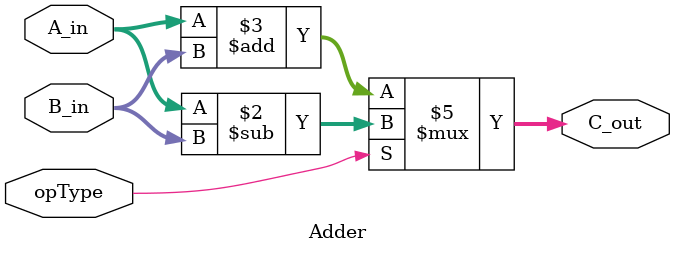
<source format=v>
module Adder#(
parameter width=16
)(
//input declarations
input [width-1:0] A_in,
input [width-1:0] B_in,
input opType,

//output declarations
output reg [width-1:0] C_out
);

always@(*)
begin
	if(opType) 
	begin
		 C_out = A_in - B_in;
	end
	else
	begin
		 C_out = A_in + B_in;
	end
end

endmodule
</source>
